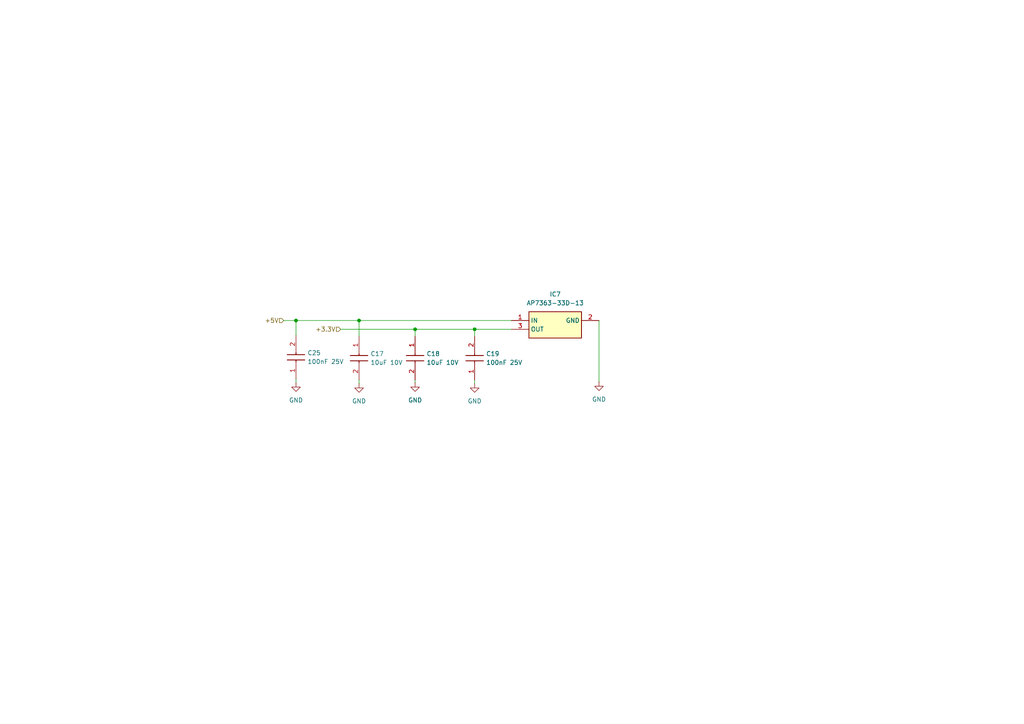
<source format=kicad_sch>
(kicad_sch (version 20231120) (generator "eeschema") (generator_version "8.0")
  (paper "A4")
  (lib_symbols
    (symbol "SamacSys_Parts:AP7363-33D-13"
      (property "Reference" "IC" (at 21.59 7.62 0))
      (property "Value" "AP7363-33D-13" (at 21.59 5.08 0))
      (symbol "AP7363-33D-13_1_1"
        (rectangle (start 5.08 2.54) (end 20.32 -5.08) (stroke (width 0.254)) (fill (type background)))
        (pin passive line (at 0 0 0) (length 5.08) (name "IN") (number "1"))
        (pin passive line (at 25.4 0 180) (length 5.08) (name "GND") (number "2"))
        (pin passive line (at 0 -2.54 0) (length 5.08) (name "OUT") (number "3"))
      )
    )
    (symbol "SamacSys_Parts:CL21A106KPFNNNE" (pin_names hide)
      (property "Reference" "C" (at 8.89 6.35 0))
      (property "Value" "CL21A106KPFNNNE" (at 8.89 3.81 0))
      (symbol "CL21A106KPFNNNE_1_1"
        (polyline (pts (xy 5.08 0) (xy 5.588 0)) (stroke (width 0.254)))
        (polyline (pts (xy 5.588 2.54) (xy 5.588 -2.54)) (stroke (width 0.254)))
        (polyline (pts (xy 7.112 0) (xy 7.62 0)) (stroke (width 0.254)))
        (polyline (pts (xy 7.112 2.54) (xy 7.112 -2.54)) (stroke (width 0.254)))
        (pin passive line (at 0 0 0) (length 5.08) (name "1") (number "1"))
        (pin passive line (at 12.7 0 180) (length 5.08) (name "2") (number "2"))
      )
    )
    (symbol "SamacSys_Parts:GRM033R71E101KA01J" (pin_names hide)
      (property "Reference" "C" (at 8.89 6.35 0))
      (property "Value" "GRM033R71E101KA01J" (at 8.89 3.81 0))
      (symbol "GRM033R71E101KA01J_1_1"
        (polyline (pts (xy 5.08 0) (xy 5.588 0)) (stroke (width 0.254)))
        (polyline (pts (xy 5.588 2.54) (xy 5.588 -2.54)) (stroke (width 0.254)))
        (polyline (pts (xy 7.112 0) (xy 7.62 0)) (stroke (width 0.254)))
        (polyline (pts (xy 7.112 2.54) (xy 7.112 -2.54)) (stroke (width 0.254)))
        (pin passive line (at 0 0 0) (length 5.08) (name "1") (number "1"))
        (pin passive line (at 12.7 0 180) (length 5.08) (name "2") (number "2"))
      )
    )
    (symbol "power:GND" (power) (pin_numbers hide) (pin_names (offset 0) hide)
      (property "Value" "GND" (at 0 -3.81 0))
      (symbol "GND_0_1"
        (polyline (pts (xy 0 0) (xy 0 -1.27) (xy 1.27 -1.27) (xy 0 -2.54) (xy -1.27 -1.27) (xy 0 -1.27)))
      )
      (symbol "GND_1_1"
        (pin power_in line (at 0 0 270) (length 0) (name "~") (number "1"))
      )
    )
  )
  (junction (at 137.668 95.504))
  (junction (at 85.852 92.964))
  (junction (at 104.14 92.964))
  (junction (at 120.396 95.504))
  (wire (pts (xy 120.396 97.536) (xy 120.396 95.504)))
  (wire (pts (xy 104.14 92.964) (xy 85.852 92.964)))
  (wire (pts (xy 104.14 97.536) (xy 104.14 92.964)))
  (wire (pts (xy 173.736 110.744) (xy 173.736 92.964)))
  (wire (pts (xy 120.396 110.998) (xy 120.396 110.236)))
  (wire (pts (xy 137.668 110.236) (xy 137.668 111.252)))
  (wire (pts (xy 85.852 109.982) (xy 85.852 110.998)))
  (wire (pts (xy 85.852 97.282) (xy 85.852 92.964)))
  (wire (pts (xy 104.14 92.964) (xy 148.336 92.964)))
  (wire (pts (xy 120.396 95.504) (xy 137.668 95.504)))
  (wire (pts (xy 137.668 95.504) (xy 148.336 95.504)))
  (wire (pts (xy 137.668 95.504) (xy 137.668 97.536)))
  (wire (pts (xy 104.14 111.252) (xy 104.14 110.236)))
  (wire (pts (xy 98.806 95.504) (xy 120.396 95.504)))
  (wire (pts (xy 85.852 92.964) (xy 82.296 92.964)))
  (hierarchical_label "+5V" (shape input) (at 82.296 92.964 180))
  (hierarchical_label "+3.3V" (shape input) (at 98.806 95.504 180))
  (symbol (lib_id "SamacSys_Parts:GRM033R71E101KA01J") (at 85.852 109.982 90) (unit 1)
    (property "Reference" "C25" (at 89.154 102.3619 90) (effects (justify right)))
    (property "Value" "100nF 25V" (at 89.154 104.9019 90) (effects (justify right)))
    (property "Footprint" "GRM033D70J224ME01D" (effects (hide yes)))
    (property "Datasheet" "https://search.murata.co.jp/Ceramy/image/img/A01X/G101/ENG/GRM033R71E101KA01-01A.pdf" (effects (hide yes)))
    (property "Description" "Multilayer Ceramic Capacitors MLCC - SMD/SMT 100pF 25 volts 10%" (effects (hide yes)))
    (property "Height" "0.5" (effects (hide yes)))
    (property "Mouser Part Number" "81-GRM033R71E101KA1J" (effects (hide yes)))
    (property "Mouser Price/Stock" "https://www.mouser.co.uk/ProductDetail/Murata-Electronics/GRM033R71E101KA01J?qs=563MOeNa05Lmru4oTW10Jw%3D%3D" (effects (hide yes)))
    (property "Manufacturer_Name" "Murata Electronics" (effects (hide yes)))
    (property "Manufacturer_Part_Number" "GRM033R71E101KA01J" (effects (hide yes)))
  )
  (symbol (lib_id "SamacSys_Parts:GRM033R71E101KA01J") (at 137.668 110.236 90) (unit 1)
    (property "Reference" "C19" (at 140.97 102.6159 90) (effects (justify right)))
    (property "Value" "100nF 25V" (at 140.97 105.1559 90) (effects (justify right)))
    (property "Footprint" "GRM033D70J224ME01D" (effects (hide yes)))
    (property "Datasheet" "https://search.murata.co.jp/Ceramy/image/img/A01X/G101/ENG/GRM033R71E101KA01-01A.pdf" (effects (hide yes)))
    (property "Description" "Multilayer Ceramic Capacitors MLCC - SMD/SMT 100pF 25 volts 10%" (effects (hide yes)))
    (property "Height" "0.5" (effects (hide yes)))
    (property "Mouser Part Number" "81-GRM033R71E101KA1J" (effects (hide yes)))
    (property "Mouser Price/Stock" "https://www.mouser.co.uk/ProductDetail/Murata-Electronics/GRM033R71E101KA01J?qs=563MOeNa05Lmru4oTW10Jw%3D%3D" (effects (hide yes)))
    (property "Manufacturer_Name" "Murata Electronics" (effects (hide yes)))
    (property "Manufacturer_Part_Number" "GRM033R71E101KA01J" (effects (hide yes)))
  )
  (symbol (lib_id "SamacSys_Parts:CL21A106KPFNNNE") (at 120.396 97.536 270) (unit 1)
    (property "Reference" "C18" (at 123.698 102.6159 90) (effects (justify left)))
    (property "Value" "10uF 10V" (at 123.698 105.1559 90) (effects (justify left)))
    (property "Footprint" "CAPC2012X135N" (effects (hide yes)))
    (property "Datasheet" "https://labcenter.componentsearchengine.com/Datasheets/2/CL21A106KPFNNNE.pdf" (effects (hide yes)))
    (property "Description" "SAMSUNG ELECTRO-MECHANICS - CL21A106KPFNNNE - SMD Multilayer Ceramic Capacitor, 10 F, 10 V, 0805 [2012 Metric], +/- 10%, X5R, CL Series" (effects (hide yes)))
    (property "Height" "1.35" (effects (hide yes)))
    (property "Mouser Part Number" "187-CL21A106KPFNNNE" (effects (hide yes)))
    (property "Mouser Price/Stock" "https://www.mouser.co.uk/ProductDetail/Samsung-Electro-Mechanics/CL21A106KPFNNNE?qs=349EhDEZ59ooNWIpWsQjqg%3D%3D" (effects (hide yes)))
    (property "Manufacturer_Name" "SAMSUNG" (effects (hide yes)))
    (property "Manufacturer_Part_Number" "CL21A106KPFNNNE" (effects (hide yes)))
  )
  (symbol (lib_id "SamacSys_Parts:CL21A106KPFNNNE") (at 104.14 97.536 270) (unit 1)
    (property "Reference" "C17" (at 107.442 102.6159 90) (effects (justify left)))
    (property "Value" "10uF 10V" (at 107.442 105.1559 90) (effects (justify left)))
    (property "Footprint" "CAPC2012X135N" (effects (hide yes)))
    (property "Datasheet" "https://labcenter.componentsearchengine.com/Datasheets/2/CL21A106KPFNNNE.pdf" (effects (hide yes)))
    (property "Description" "SAMSUNG ELECTRO-MECHANICS - CL21A106KPFNNNE - SMD Multilayer Ceramic Capacitor, 10 F, 10 V, 0805 [2012 Metric], +/- 10%, X5R, CL Series" (effects (hide yes)))
    (property "Height" "1.35" (effects (hide yes)))
    (property "Mouser Part Number" "187-CL21A106KPFNNNE" (effects (hide yes)))
    (property "Mouser Price/Stock" "https://www.mouser.co.uk/ProductDetail/Samsung-Electro-Mechanics/CL21A106KPFNNNE?qs=349EhDEZ59ooNWIpWsQjqg%3D%3D" (effects (hide yes)))
    (property "Manufacturer_Name" "SAMSUNG" (effects (hide yes)))
    (property "Manufacturer_Part_Number" "CL21A106KPFNNNE" (effects (hide yes)))
  )
  (symbol (lib_id "power:GND") (at 137.668 111.252 0) (unit 1)
    (property "Reference" "#PWR049" (effects (hide yes)))
    (property "Value" "GND" (at 137.668 116.332 0))
    (property "Description" "Power symbol creates a global label with name \"GND\" , ground" (effects (hide yes)))
  )
  (symbol (lib_id "power:GND") (at 85.852 110.998 0) (unit 1)
    (property "Reference" "#PWR055" (effects (hide yes)))
    (property "Value" "GND" (at 85.852 116.078 0))
    (property "Description" "Power symbol creates a global label with name \"GND\" , ground" (effects (hide yes)))
  )
  (symbol (lib_id "power:GND") (at 173.736 110.744 0) (unit 1)
    (property "Reference" "#PWR046" (effects (hide yes)))
    (property "Value" "GND" (at 173.736 115.824 0))
    (property "Description" "Power symbol creates a global label with name \"GND\" , ground" (effects (hide yes)))
  )
  (symbol (lib_id "SamacSys_Parts:AP7363-33D-13") (at 148.336 92.964 0) (unit 1)
    (property "Reference" "IC7" (at 161.036 85.344 0))
    (property "Value" "AP7363-33D-13" (at 161.036 87.884 0))
    (property "Footprint" "AP736333D13" (effects (hide yes)))
    (property "Datasheet" "https://www.diodes.com/assets/Datasheets/AP7363.pdf" (effects (hide yes)))
    (property "Description" "DiodesZetex AP7363-33D-13, LDO Voltage Regulator, 1.5A, 3.3 V, 2.2  5.5 Vin, 2+Tab-Pin TO-252" (effects (hide yes)))
    (property "Height" "2.52" (effects (hide yes)))
    (property "Mouser Part Number" "621-AP7363-33D-13" (effects (hide yes)))
    (property "Mouser Price/Stock" "https://www.mouser.co.uk/ProductDetail/Diodes-Incorporated/AP7363-33D-13?qs=wo71MgyKIyHiOg1BWxA5bA%3D%3D" (effects (hide yes)))
    (property "Manufacturer_Name" "Diodes Incorporated" (effects (hide yes)))
    (property "Manufacturer_Part_Number" "AP7363-33D-13" (effects (hide yes)))
  )
  (symbol (lib_id "power:GND") (at 104.14 111.252 0) (unit 1)
    (property "Reference" "#PWR047" (effects (hide yes)))
    (property "Value" "GND" (at 104.14 116.332 0))
    (property "Description" "Power symbol creates a global label with name \"GND\" , ground" (effects (hide yes)))
  )
  (symbol (lib_id "power:GND") (at 120.396 110.998 0) (unit 1)
    (property "Reference" "#PWR048" (effects (hide yes)))
    (property "Value" "GND" (at 120.396 116.078 0))
    (property "Description" "Power symbol creates a global label with name \"GND\" , ground" (effects (hide yes)))
  )
)
</source>
